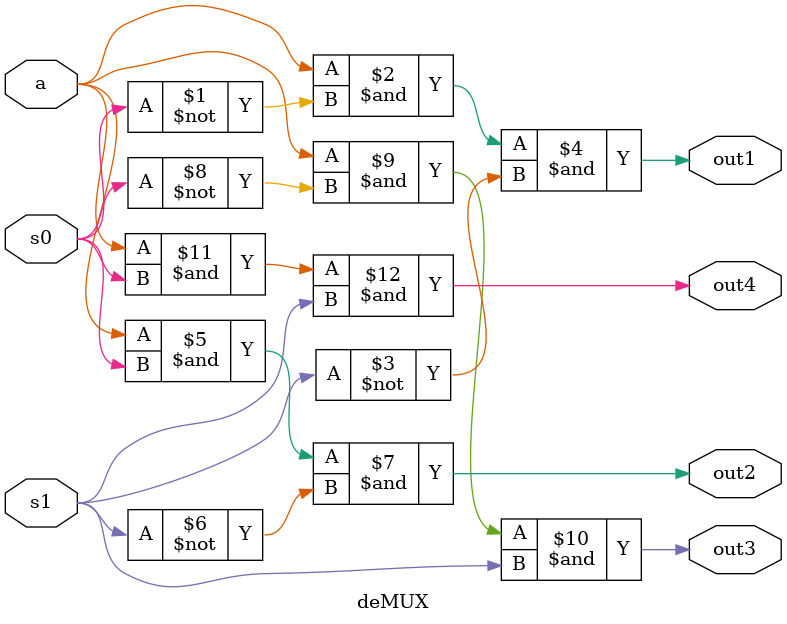
<source format=v>
`timescale 1ns / 1ps

module deMUX(
    input a,s0,s1,
    output out1, out2, out3, out4
    );
    
assign out1 = a&(~s0)&(~s1);
assign out2 = a&(s0)&(~s1);
assign out3 = a&(~s0)&(s1);
assign out4 = a&(s0)&(s1);
endmodule

</source>
